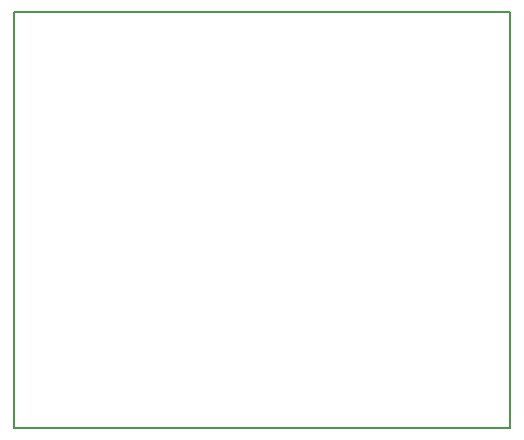
<source format=gm1>
G04 MADE WITH FRITZING*
G04 WWW.FRITZING.ORG*
G04 DOUBLE SIDED*
G04 HOLES PLATED*
G04 CONTOUR ON CENTER OF CONTOUR VECTOR*
%ASAXBY*%
%FSLAX23Y23*%
%MOIN*%
%OFA0B0*%
%SFA1.0B1.0*%
%ADD10R,1.664280X1.395710*%
%ADD11C,0.008000*%
%ADD10C,0.008*%
%LNCONTOUR*%
G90*
G70*
G54D10*
G54D11*
X4Y1392D02*
X1660Y1392D01*
X1660Y4D01*
X4Y4D01*
X4Y1392D01*
D02*
G04 End of contour*
M02*
</source>
